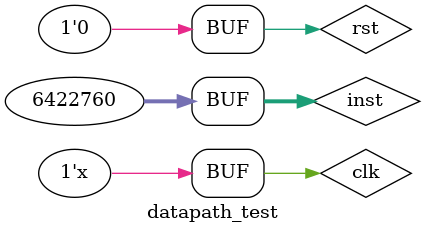
<source format=v>
`timescale 1ns / 1ps

module datapath_test;
    
    // Inputs
    reg clk;
    reg rst;
    reg [31:0] inst;
    
    // Outputs
    wire [63:0] aluout;
    
    datapath_mux UUT(
        .clk(clk),
        .rst(rst),
        .inst(inst),
        .aluout(aluout)
    );
    
    // Clock generation
    always #15 clk = ~clk;
    
    // Test stimulus
    initial begin
        // Initialise signals
        clk = 0;
        rst = 0;
        inst = 0;
        
        // Reset the design
        #10 rst = 1;
        #50 rst = 0;
        
        // Wait 50ns for global reset to finish
        #50;
        
        inst=32'b00000000000001000000000000100011; // ADD X3, X1, X4 (output 3+0=3)
        // ISIZE =32, DSIZE=64 bit and write and read ADDR= 5 bit.
        // In this example opcode = 0, Rn = 1, Rm = 4 and Rd = 3. The 'shamt' filed is made zero.
        
        #100; inst=32'b00000000001000100000000000100100;//SUB X4, X1, X2 (output 3-2=1)
        
        #100; inst= 32'h00040023; // ADD X3, X1, X4 (output 3+1=4)
        #100; inst= 32'h00220024; // SUB X4, X1, X2 (output 3-2=1)
        #100; inst= 32'h00440027; // AND X7, X1, X4 (output 3&1=1)
        #100; inst= 32'h006200E8; // XOR X8, X7, X2 (output 1^2=1)
    end
    
endmodule

</source>
